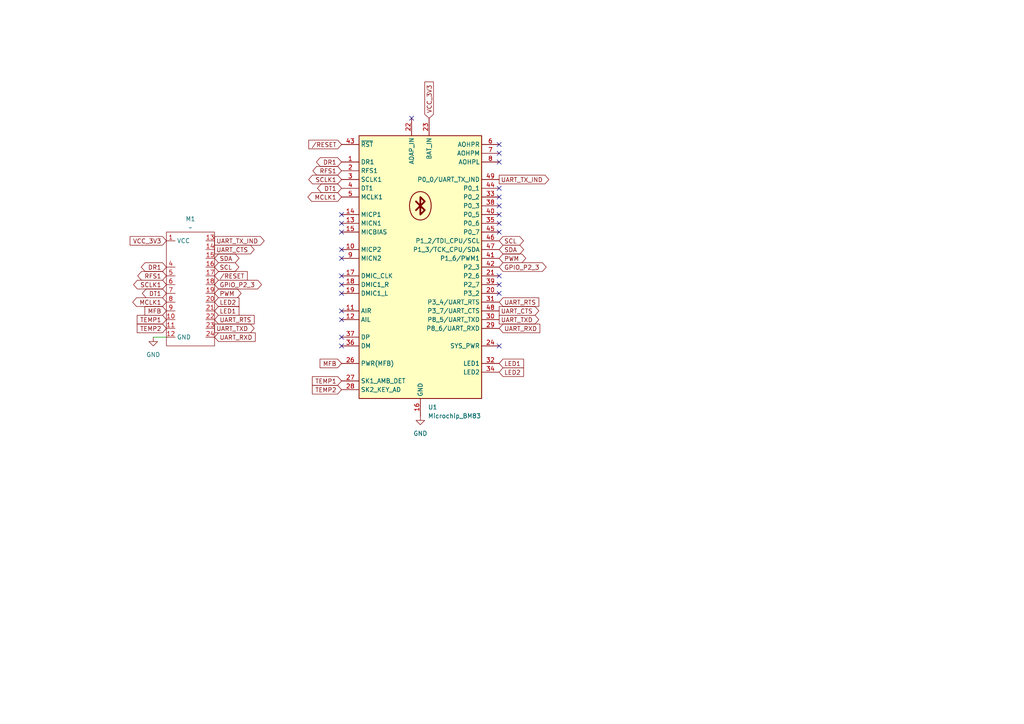
<source format=kicad_sch>
(kicad_sch (version 20250114) (generator "eeschema") (generator_version "9.0")
  (paper "A4")
  (lib_symbols
    (symbol "MegaCastle:MegaCastle2x12-Module-I19.0x25.7-M9FFFFF-NOCUTOUT"
      (property "Reference" "M" (at 0 -19.05 0))
      (symbol "MegaCastle2x12-Module-I19.0x25.7-M9FFFFF-NOCUTOUT_0_1"
        (rectangle (start -6.35 16.51) (end 7.62 -16.51))
      )
      (symbol "MegaCastle2x12-Module-I19.0x25.7-M9FFFFF-NOCUTOUT_1_1"
        (pin bidirectional line (at -6.35 13.97 0) (length 2.54) (name "VCC") (number "1"))
        (pin bidirectional line (at -6.35 6.35 0) (length 2.54) (name "") (number "4"))
        (pin bidirectional line (at -6.35 3.81 0) (length 2.54) (name "") (number "5"))
        (pin bidirectional line (at -6.35 1.27 0) (length 2.54) (name "") (number "6"))
        (pin bidirectional line (at -6.35 -1.27 0) (length 2.54) (name "") (number "7"))
        (pin bidirectional line (at -6.35 -3.81 0) (length 2.54) (name "") (number "8"))
        (pin bidirectional line (at -6.35 -6.35 0) (length 2.54) (name "") (number "9"))
        (pin bidirectional line (at -6.35 -8.89 0) (length 2.54) (name "") (number "10"))
        (pin bidirectional line (at -6.35 -11.43 0) (length 2.54) (name "") (number "11"))
        (pin bidirectional line (at -6.35 -13.97 0) (length 2.54) (name "GND") (number "12"))
        (pin bidirectional line (at 7.62 13.97 180) (length 2.54) (name "") (number "13"))
        (pin bidirectional line (at 7.62 11.43 180) (length 2.54) (name "") (number "14"))
        (pin bidirectional line (at 7.62 8.89 180) (length 2.54) (name "") (number "15"))
        (pin bidirectional line (at 7.62 6.35 180) (length 2.54) (name "") (number "16"))
        (pin bidirectional line (at 7.62 3.81 180) (length 2.54) (name "") (number "17"))
        (pin bidirectional line (at 7.62 1.27 180) (length 2.54) (name "") (number "18"))
        (pin bidirectional line (at 7.62 -1.27 180) (length 2.54) (name "") (number "19"))
        (pin bidirectional line (at 7.62 -3.81 180) (length 2.54) (name "") (number "20"))
        (pin bidirectional line (at 7.62 -6.35 180) (length 2.54) (name "") (number "21"))
        (pin bidirectional line (at 7.62 -8.89 180) (length 2.54) (name "") (number "22"))
        (pin bidirectional line (at 7.62 -11.43 180) (length 2.54) (name "") (number "23"))
        (pin bidirectional line (at 7.62 -13.97 180) (length 2.54) (name "") (number "24"))
      )
    )
    (symbol "RF_Bluetooth:Microchip_BM83"
      (property "Reference" "U" (at -17.78 39.37 0))
      (property "Value" "Microchip_BM83" (at 5.08 -39.37 0))
      (symbol "Microchip_BM83_0_1"
        (rectangle (start -17.78 38.1) (end 17.78 -38.1) (stroke (width 0.254)) (fill (type background)))
        (arc (start 2.5401 20.32) (mid 3.1397 17.78) (end 2.5401 15.24) (stroke (width 0.254)) (fill (type background)))
        (polyline (pts (xy 0.0001 20.32) (xy 1.2701 19.05) (xy 0.0001 17.78) (xy 1.2701 16.51) (xy 0.0001 15.24) (xy 0.0001 20.32)) (stroke (width 0.508)))
        (arc (start -2.5399 20.32) (mid 0.0001 21.8898) (end 2.5401 20.32) (stroke (width 0.254)) (fill (type background)))
        (polyline (pts (xy 0.0001 17.78) (xy -1.2699 19.05)) (stroke (width 0.508)))
        (polyline (pts (xy 0.0001 17.78) (xy -1.2699 16.51)) (stroke (width 0.508)))
        (arc (start 2.5401 15.24) (mid 0.0001 13.6702) (end -2.5399 15.24) (stroke (width 0.254)) (fill (type background)))
        (arc (start -2.5399 15.24) (mid -3.1395 17.78) (end -2.5399 20.32) (stroke (width 0.254)) (fill (type background)))
      )
      (symbol "Microchip_BM83_1_1"
        (pin input line (at -22.86 35.56 0) (length 5.08) (name "~{RST}") (number "43"))
        (pin input line (at -22.86 30.48 0) (length 5.08) (name "DR1") (number "1"))
        (pin bidirectional line (at -22.86 27.94 0) (length 5.08) (name "RFS1") (number "2"))
        (pin bidirectional line (at -22.86 25.4 0) (length 5.08) (name "SCLK1") (number "3"))
        (pin output line (at -22.86 22.86 0) (length 5.08) (name "DT1") (number "4"))
        (pin output line (at -22.86 20.32 0) (length 5.08) (name "MCLK1") (number "5"))
        (pin input line (at -22.86 15.24 0) (length 5.08) (name "MICP1") (number "14"))
        (pin input line (at -22.86 12.7 0) (length 5.08) (name "MICN1") (number "13"))
        (pin passive line (at -22.86 10.16 0) (length 5.08) (name "MICBIAS") (number "15"))
        (pin input line (at -22.86 5.08 0) (length 5.08) (name "MICP2") (number "10"))
        (pin input line (at -22.86 2.54 0) (length 5.08) (name "MICN2") (number "9"))
        (pin output line (at -22.86 -2.54 0) (length 5.08) (name "DMIC_CLK") (number "17"))
        (pin output line (at -22.86 -5.08 0) (length 5.08) (name "DMIC1_R") (number "18"))
        (pin output line (at -22.86 -7.62 0) (length 5.08) (name "DMIC1_L") (number "19"))
        (pin input line (at -22.86 -12.7 0) (length 5.08) (name "AIR") (number "11"))
        (pin input line (at -22.86 -15.24 0) (length 5.08) (name "AIL") (number "12"))
        (pin bidirectional line (at -22.86 -20.32 0) (length 5.08) (name "DP") (number "37"))
        (pin bidirectional line (at -22.86 -22.86 0) (length 5.08) (name "DM") (number "36"))
        (pin input line (at -22.86 -27.94 0) (length 5.08) (name "PWR(MFB)") (number "26"))
        (pin input line (at -22.86 -33.02 0) (length 5.08) (name "SK1_AMB_DET") (number "27"))
        (pin input line (at -22.86 -35.56 0) (length 5.08) (name "SK2_KEY_AD") (number "28"))
        (pin power_in line (at -2.54 43.18 270) (length 5.08) (name "ADAP_IN") (number "22"))
        (pin power_in line (at 0 -43.18 90) (length 5.08) (name "GND") (number "16"))
        (pin passive line (at 0 -43.18 90) (length 5.08) (hide yes) (name "GND") (number "50"))
        (pin passive line (at 0 -43.18 90) (length 5.08) (hide yes) (name "GND") (number "56"))
        (pin passive line (at 0 -43.18 90) (length 5.08) (hide yes) (name "GND") (number "57"))
        (pin power_in line (at 2.54 43.18 270) (length 5.08) (name "BAT_IN") (number "23"))
        (pin no_connect line (at 17.78 -33.02 180) (length 5.08) (hide yes) (name "VDD_IO") (number "25"))
        (pin output line (at 22.86 35.56 180) (length 5.08) (name "AOHPR") (number "6"))
        (pin output line (at 22.86 33.02 180) (length 5.08) (name "AOHPM") (number "7"))
        (pin output line (at 22.86 30.48 180) (length 5.08) (name "AOHPL") (number "8"))
        (pin bidirectional line (at 22.86 25.4 180) (length 5.08) (name "P0_0/UART_TX_IND") (number "49"))
        (pin bidirectional line (at 22.86 22.86 180) (length 5.08) (name "P0_1") (number "44"))
        (pin bidirectional line (at 22.86 20.32 180) (length 5.08) (name "P0_2") (number "33"))
        (pin bidirectional line (at 22.86 17.78 180) (length 5.08) (name "P0_3") (number "38"))
        (pin bidirectional line (at 22.86 15.24 180) (length 5.08) (name "P0_5") (number "40"))
        (pin bidirectional line (at 22.86 12.7 180) (length 5.08) (name "P0_6") (number "35"))
        (pin bidirectional line (at 22.86 10.16 180) (length 5.08) (name "P0_7") (number "45"))
        (pin bidirectional line (at 22.86 7.62 180) (length 5.08) (name "P1_2/TDI_CPU/SCL") (number "46"))
        (pin bidirectional line (at 22.86 5.08 180) (length 5.08) (name "P1_3/TCK_CPU/SDA") (number "47"))
        (pin bidirectional line (at 22.86 2.54 180) (length 5.08) (name "P1_6/PWM1") (number "41"))
        (pin bidirectional line (at 22.86 0 180) (length 5.08) (name "P2_3") (number "42"))
        (pin bidirectional line (at 22.86 -2.54 180) (length 5.08) (name "P2_6") (number "21"))
        (pin bidirectional line (at 22.86 -5.08 180) (length 5.08) (name "P2_7") (number "39"))
        (pin bidirectional line (at 22.86 -7.62 180) (length 5.08) (name "P3_2") (number "20"))
        (pin bidirectional line (at 22.86 -10.16 180) (length 5.08) (name "P3_4/UART_RTS") (number "31"))
        (pin bidirectional line (at 22.86 -12.7 180) (length 5.08) (name "P3_7/UART_CTS") (number "48"))
        (pin bidirectional line (at 22.86 -15.24 180) (length 5.08) (name "P8_5/UART_TXD") (number "30"))
        (pin bidirectional line (at 22.86 -17.78 180) (length 5.08) (name "P8_6/UART_RXD") (number "29"))
        (pin power_out line (at 22.86 -22.86 180) (length 5.08) (name "SYS_PWR") (number "24"))
        (pin input line (at 22.86 -27.94 180) (length 5.08) (name "LED1") (number "32"))
        (pin input line (at 22.86 -30.48 180) (length 5.08) (name "LED2") (number "34"))
      )
    )
    (symbol "power:GND" (power) (pin_numbers (hide yes)) (pin_names (offset 0) (hide yes))
      (property "Value" "GND" (at 0 -3.81 0))
      (symbol "GND_0_1"
        (polyline (pts (xy 0 0) (xy 0 -1.27) (xy 1.27 -1.27) (xy 0 -2.54) (xy -1.27 -1.27) (xy 0 -1.27)))
      )
      (symbol "GND_1_1"
        (pin power_in line (at 0 0 270) (length 0) (name "~") (number "1"))
      )
    )
  )
  (no_connect (at 144.78 44.45))
  (no_connect (at 99.06 80.01))
  (no_connect (at 99.06 92.71))
  (no_connect (at 144.78 46.99))
  (no_connect (at 99.06 64.77))
  (no_connect (at 99.06 82.55))
  (no_connect (at 144.78 100.33))
  (no_connect (at 144.78 54.61))
  (no_connect (at 99.06 90.17))
  (no_connect (at 144.78 57.15))
  (no_connect (at 144.78 80.01))
  (no_connect (at 144.78 67.31))
  (no_connect (at 99.06 85.09))
  (no_connect (at 144.78 62.23))
  (no_connect (at 119.38 34.29))
  (no_connect (at 99.06 62.23))
  (no_connect (at 144.78 82.55))
  (no_connect (at 99.06 97.79))
  (no_connect (at 144.78 64.77))
  (no_connect (at 99.06 72.39))
  (no_connect (at 144.78 59.69))
  (no_connect (at 99.06 74.93))
  (no_connect (at 99.06 67.31))
  (no_connect (at 144.78 41.91))
  (no_connect (at 144.78 85.09))
  (no_connect (at 99.06 100.33))
  (wire (pts (xy 44.45 97.79) (xy 48.26 97.79)))
  (global_label "SCLK1" (shape bidirectional) (at 99.06 52.07 180) (property "Intersheetrefs" "${INTERSHEET_REFS}" (effects (hide yes))))
  (global_label "UART_RTS" (shape input) (at 62.23 92.71 0) (property "Intersheetrefs" "${INTERSHEET_REFS}" (effects (hide yes))))
  (global_label "{slash}RESET" (shape input) (at 62.23 80.01 0) (property "Intersheetrefs" "${INTERSHEET_REFS}" (effects (hide yes))))
  (global_label "LED2" (shape input) (at 62.23 87.63 0) (property "Intersheetrefs" "${INTERSHEET_REFS}" (effects (hide yes))))
  (global_label "TEMP1" (shape input) (at 99.06 110.49 180) (property "Intersheetrefs" "${INTERSHEET_REFS}" (effects (hide yes))))
  (global_label "{slash}RESET" (shape input) (at 99.06 41.91 180) (property "Intersheetrefs" "${INTERSHEET_REFS}" (effects (hide yes))))
  (global_label "PWM" (shape bidirectional) (at 144.78 74.93 0) (property "Intersheetrefs" "${INTERSHEET_REFS}" (effects (hide yes))))
  (global_label "UART_RXD" (shape input) (at 62.23 97.79 0) (property "Intersheetrefs" "${INTERSHEET_REFS}" (effects (hide yes))))
  (global_label "LED1" (shape input) (at 144.78 105.41 0) (property "Intersheetrefs" "${INTERSHEET_REFS}" (effects (hide yes))))
  (global_label "UART_TXD" (shape output) (at 144.78 92.71 0) (property "Intersheetrefs" "${INTERSHEET_REFS}" (effects (hide yes))))
  (global_label "SCLK1" (shape bidirectional) (at 48.26 82.55 180) (property "Intersheetrefs" "${INTERSHEET_REFS}" (effects (hide yes))))
  (global_label "TEMP1" (shape input) (at 48.26 92.71 180) (property "Intersheetrefs" "${INTERSHEET_REFS}" (effects (hide yes))))
  (global_label "VCC_3V3" (shape input) (at 48.26 69.85 180) (property "Intersheetrefs" "${INTERSHEET_REFS}" (effects (hide yes))))
  (global_label "UART_TXD" (shape output) (at 62.23 95.25 0) (property "Intersheetrefs" "${INTERSHEET_REFS}" (effects (hide yes))))
  (global_label "VCC_3V3" (shape input) (at 124.46 34.29 90) (property "Intersheetrefs" "${INTERSHEET_REFS}" (effects (hide yes))))
  (global_label "DT1" (shape bidirectional) (at 99.06 54.61 180) (property "Intersheetrefs" "${INTERSHEET_REFS}" (effects (hide yes))))
  (global_label "SDA" (shape bidirectional) (at 144.78 72.39 0) (property "Intersheetrefs" "${INTERSHEET_REFS}" (effects (hide yes))))
  (global_label "UART_TX_IND" (shape output) (at 62.23 69.85 0) (property "Intersheetrefs" "${INTERSHEET_REFS}" (effects (hide yes))))
  (global_label "SDA" (shape bidirectional) (at 62.23 74.93 0) (property "Intersheetrefs" "${INTERSHEET_REFS}" (effects (hide yes))))
  (global_label "RFS1" (shape bidirectional) (at 99.06 49.53 180) (property "Intersheetrefs" "${INTERSHEET_REFS}" (effects (hide yes))))
  (global_label "MCLK1" (shape bidirectional) (at 48.26 87.63 180) (property "Intersheetrefs" "${INTERSHEET_REFS}" (effects (hide yes))))
  (global_label "UART_RTS" (shape input) (at 144.78 87.63 0) (property "Intersheetrefs" "${INTERSHEET_REFS}" (effects (hide yes))))
  (global_label "UART_CTS" (shape output) (at 144.78 90.17 0) (property "Intersheetrefs" "${INTERSHEET_REFS}" (effects (hide yes))))
  (global_label "DR1" (shape bidirectional) (at 99.06 46.99 180) (property "Intersheetrefs" "${INTERSHEET_REFS}" (effects (hide yes))))
  (global_label "LED1" (shape input) (at 62.23 90.17 0) (property "Intersheetrefs" "${INTERSHEET_REFS}" (effects (hide yes))))
  (global_label "MCLK1" (shape bidirectional) (at 99.06 57.15 180) (property "Intersheetrefs" "${INTERSHEET_REFS}" (effects (hide yes))))
  (global_label "GPIO_P2_3" (shape bidirectional) (at 62.23 82.55 0) (property "Intersheetrefs" "${INTERSHEET_REFS}" (effects (hide yes))))
  (global_label "TEMP2" (shape input) (at 48.26 95.25 180) (property "Intersheetrefs" "${INTERSHEET_REFS}" (effects (hide yes))))
  (global_label "UART_RXD" (shape input) (at 144.78 95.25 0) (property "Intersheetrefs" "${INTERSHEET_REFS}" (effects (hide yes))))
  (global_label "MFB" (shape input) (at 99.06 105.41 180) (property "Intersheetrefs" "${INTERSHEET_REFS}" (effects (hide yes))))
  (global_label "SCL" (shape bidirectional) (at 144.78 69.85 0) (property "Intersheetrefs" "${INTERSHEET_REFS}" (effects (hide yes))))
  (global_label "SCL" (shape bidirectional) (at 62.23 77.47 0) (property "Intersheetrefs" "${INTERSHEET_REFS}" (effects (hide yes))))
  (global_label "TEMP2" (shape input) (at 99.06 113.03 180) (property "Intersheetrefs" "${INTERSHEET_REFS}" (effects (hide yes))))
  (global_label "GPIO_P2_3" (shape bidirectional) (at 144.78 77.47 0) (property "Intersheetrefs" "${INTERSHEET_REFS}" (effects (hide yes))))
  (global_label "PWM" (shape bidirectional) (at 62.23 85.09 0) (property "Intersheetrefs" "${INTERSHEET_REFS}" (effects (hide yes))))
  (global_label "DT1" (shape bidirectional) (at 48.26 85.09 180) (property "Intersheetrefs" "${INTERSHEET_REFS}" (effects (hide yes))))
  (global_label "LED2" (shape input) (at 144.78 107.95 0) (property "Intersheetrefs" "${INTERSHEET_REFS}" (effects (hide yes))))
  (global_label "RFS1" (shape bidirectional) (at 48.26 80.01 180) (property "Intersheetrefs" "${INTERSHEET_REFS}" (effects (hide yes))))
  (global_label "DR1" (shape bidirectional) (at 48.26 77.47 180) (property "Intersheetrefs" "${INTERSHEET_REFS}" (effects (hide yes))))
  (global_label "MFB" (shape input) (at 48.26 90.17 180) (property "Intersheetrefs" "${INTERSHEET_REFS}" (effects (hide yes))))
  (global_label "UART_TX_IND" (shape output) (at 144.78 52.07 0) (property "Intersheetrefs" "${INTERSHEET_REFS}" (effects (hide yes))))
  (global_label "UART_CTS" (shape output) (at 62.23 72.39 0) (property "Intersheetrefs" "${INTERSHEET_REFS}" (effects (hide yes))))
  (symbol (lib_id "power:GND") (at 121.92 120.65 0) (unit 1)
    (property "Reference" "#PWR2" (effects (hide yes)))
    (property "Value" "GND" (at 121.92 125.73 0))
    (property "Description" "Power symbol creates a global label with name \"GND\" , ground" (effects (hide yes)))
  )
  (symbol (lib_id "MegaCastle:MegaCastle2x12-Module-I19.0x25.7-M9FFFFF-NOCUTOUT") (at 54.61 83.82 0) (unit 1)
    (property "Reference" "M1" (at 55.245 63.5 0))
    (property "Value" "~" (at 55.245 66.04 0))
    (property "Footprint" "MegaCastle:MegaCastle2x12-Module-I24.0x25.7-M9FFFFF-SPAREPAD" (effects (hide yes)))
    (property "Description" "Generated using footprint-gen .. 19 25 22 M9FFFFF" (effects (hide yes)))
  )
  (symbol (lib_id "RF_Bluetooth:Microchip_BM83") (at 121.92 77.47 0) (unit 1)
    (property "Reference" "U1" (at 124.1141 118.11 0) (effects (justify left)))
    (property "Value" "Microchip_BM83" (at 124.1141 120.65 0) (effects (justify left)))
    (property "Footprint" "RF_Module:Microchip_BM83" (effects (hide yes)))
    (property "Datasheet" "https://ww1.microchip.com/downloads/aemDocuments/documents/WSG/ProductDocuments/DataSheets/70005402E.pdf" (effects (hide yes)))
    (property "Description" "Microchip BM23 Bluetooth 5.0 Audio Stereo Module, dual-mode, Audio Profiles, 32x15mm" (effects (hide yes)))
    (property "Field6" "150-BM83SM1-00AA-ND" (effects (hide yes)))
    (property "MPN" "BM83SM1-00AA" (effects (hide yes)))
  )
  (symbol (lib_id "power:GND") (at 44.45 97.79 0) (unit 1)
    (property "Reference" "#PWR1" (effects (hide yes)))
    (property "Value" "GND" (at 44.45 102.87 0))
    (property "Description" "Power symbol creates a global label with name \"GND\" , ground" (effects (hide yes)))
  )
)
</source>
